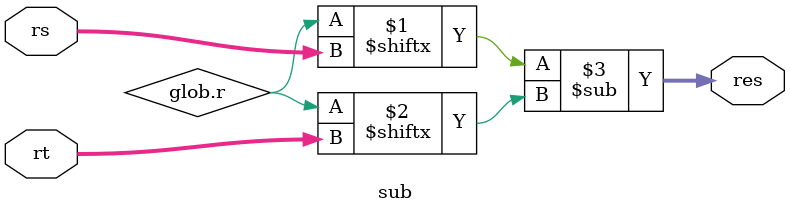
<source format=v>
module sub
(
    input  [4:0] rs, rt,
    output [31:0] res
);
assign res = glob.r[rs] - glob.r[rt];
endmodule
</source>
